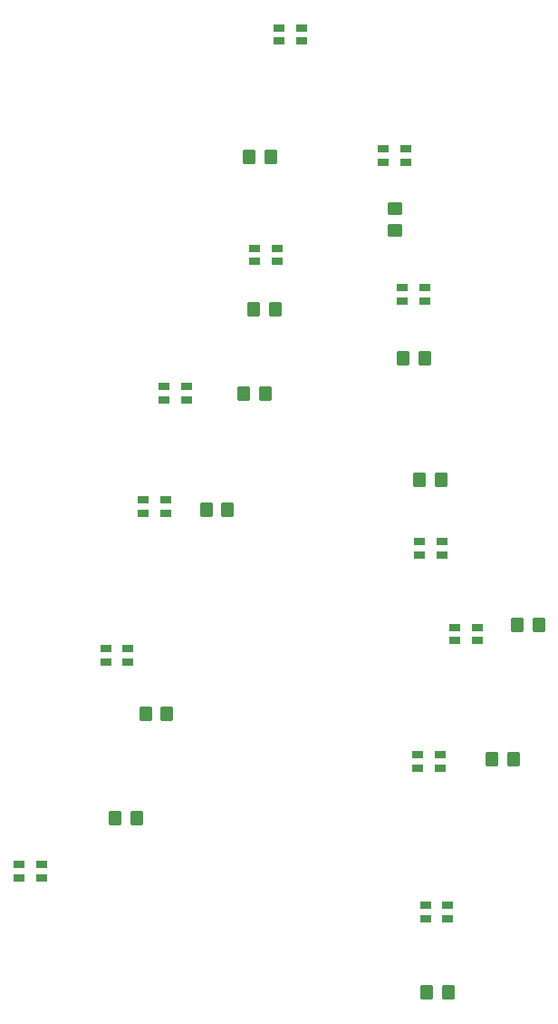
<source format=gtp>
G04 #@! TF.GenerationSoftware,KiCad,Pcbnew,(6.0.4-0)*
G04 #@! TF.CreationDate,2022-11-06T12:02:49+01:00*
G04 #@! TF.ProjectId,SL_Christmas_Tree_B,534c5f43-6872-4697-9374-6d61735f5472,rev?*
G04 #@! TF.SameCoordinates,Original*
G04 #@! TF.FileFunction,Paste,Top*
G04 #@! TF.FilePolarity,Positive*
%FSLAX46Y46*%
G04 Gerber Fmt 4.6, Leading zero omitted, Abs format (unit mm)*
G04 Created by KiCad (PCBNEW (6.0.4-0)) date 2022-11-06 12:02:49*
%MOMM*%
%LPD*%
G01*
G04 APERTURE LIST*
G04 Aperture macros list*
%AMRoundRect*
0 Rectangle with rounded corners*
0 $1 Rounding radius*
0 $2 $3 $4 $5 $6 $7 $8 $9 X,Y pos of 4 corners*
0 Add a 4 corners polygon primitive as box body*
4,1,4,$2,$3,$4,$5,$6,$7,$8,$9,$2,$3,0*
0 Add four circle primitives for the rounded corners*
1,1,$1+$1,$2,$3*
1,1,$1+$1,$4,$5*
1,1,$1+$1,$6,$7*
1,1,$1+$1,$8,$9*
0 Add four rect primitives between the rounded corners*
20,1,$1+$1,$2,$3,$4,$5,0*
20,1,$1+$1,$4,$5,$6,$7,0*
20,1,$1+$1,$6,$7,$8,$9,0*
20,1,$1+$1,$8,$9,$2,$3,0*%
G04 Aperture macros list end*
%ADD10R,1.100000X0.750000*%
%ADD11RoundRect,0.250000X-0.350000X-0.450000X0.350000X-0.450000X0.350000X0.450000X-0.350000X0.450000X0*%
%ADD12RoundRect,0.250000X0.350000X0.450000X-0.350000X0.450000X-0.350000X-0.450000X0.350000X-0.450000X0*%
%ADD13RoundRect,0.250000X-0.450000X0.350000X-0.450000X-0.350000X0.450000X-0.350000X0.450000X0.350000X0*%
G04 APERTURE END LIST*
D10*
X107870000Y-114940000D03*
X109970000Y-114940000D03*
X109970000Y-116190000D03*
X107870000Y-116190000D03*
D11*
X117040000Y-122720000D03*
X119040000Y-122720000D03*
X79440000Y-140760000D03*
X81440000Y-140760000D03*
X87960000Y-111970000D03*
X89960000Y-111970000D03*
D10*
X78560000Y-124925000D03*
X80660000Y-124925000D03*
X80660000Y-126175000D03*
X78560000Y-126175000D03*
D11*
X91480000Y-101090000D03*
X93480000Y-101090000D03*
D10*
X94750000Y-66975000D03*
X96850000Y-66975000D03*
X96850000Y-68225000D03*
X94750000Y-68225000D03*
D12*
X109920000Y-109180000D03*
X107920000Y-109180000D03*
D10*
X107730000Y-134800000D03*
X109830000Y-134800000D03*
X109830000Y-136050000D03*
X107730000Y-136050000D03*
D11*
X82290000Y-131030000D03*
X84290000Y-131030000D03*
D10*
X111170000Y-122935000D03*
X113270000Y-122935000D03*
X113270000Y-124185000D03*
X111170000Y-124185000D03*
D11*
X92430000Y-93210000D03*
X94430000Y-93210000D03*
D10*
X104540000Y-78290000D03*
X106640000Y-78290000D03*
X106640000Y-79540000D03*
X104540000Y-79540000D03*
D12*
X108390000Y-97790000D03*
X106390000Y-97790000D03*
D10*
X82070000Y-111055000D03*
X84170000Y-111055000D03*
X84170000Y-112305000D03*
X82070000Y-112305000D03*
X84050000Y-100455000D03*
X86150000Y-100455000D03*
X86150000Y-101705000D03*
X84050000Y-101705000D03*
X106270000Y-91220000D03*
X108370000Y-91220000D03*
X108370000Y-92470000D03*
X106270000Y-92470000D03*
X108440000Y-148900000D03*
X110540000Y-148900000D03*
X110540000Y-150150000D03*
X108440000Y-150150000D03*
X92490000Y-87555000D03*
X94590000Y-87555000D03*
X94590000Y-88805000D03*
X92490000Y-88805000D03*
X70480000Y-145095000D03*
X72580000Y-145095000D03*
X72580000Y-146345000D03*
X70480000Y-146345000D03*
D13*
X105620000Y-83850000D03*
X105620000Y-85850000D03*
D11*
X114680000Y-135260000D03*
X116680000Y-135260000D03*
X92000000Y-79000000D03*
X94000000Y-79000000D03*
X108580000Y-156990000D03*
X110580000Y-156990000D03*
M02*

</source>
